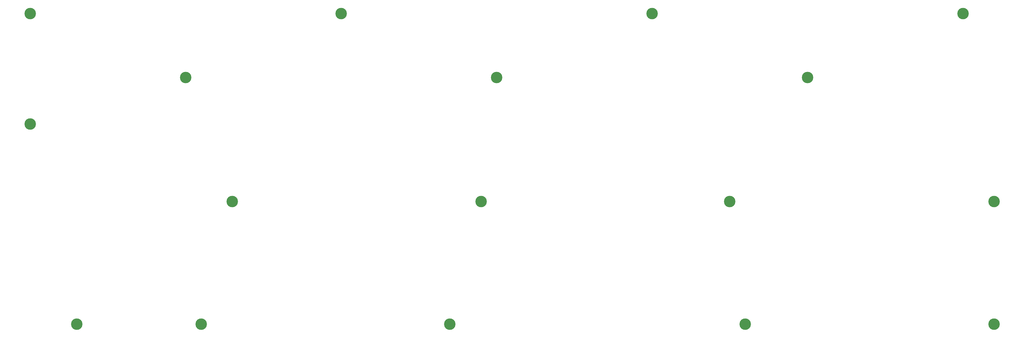
<source format=gtl>
G04 #@! TF.GenerationSoftware,KiCad,Pcbnew,(6.0.7-1)-1*
G04 #@! TF.CreationDate,2022-08-16T19:57:45+02:00*
G04 #@! TF.ProjectId,switch-plate,73776974-6368-42d7-906c-6174652e6b69,rev?*
G04 #@! TF.SameCoordinates,Original*
G04 #@! TF.FileFunction,Copper,L1,Top*
G04 #@! TF.FilePolarity,Positive*
%FSLAX46Y46*%
G04 Gerber Fmt 4.6, Leading zero omitted, Abs format (unit mm)*
G04 Created by KiCad (PCBNEW (6.0.7-1)-1) date 2022-08-16 19:57:45*
%MOMM*%
%LPD*%
G01*
G04 APERTURE LIST*
G04 #@! TA.AperFunction,ComponentPad*
%ADD10C,3.500000*%
G04 #@! TD*
G04 APERTURE END LIST*
D10*
X9500000Y9500000D03*
X57000000Y-10000000D03*
X147250000Y-48000000D03*
X23750000Y-85500000D03*
X137750000Y-85500000D03*
X152000000Y-10000000D03*
X9500000Y-24250000D03*
X223250000Y-48000000D03*
X304000000Y-48000000D03*
X71250000Y-48000000D03*
X104500000Y9500000D03*
X294500000Y9500000D03*
X247000000Y-10000000D03*
X304000000Y-85500000D03*
X199500000Y9500000D03*
X228000000Y-85500000D03*
X61750000Y-85500000D03*
M02*

</source>
